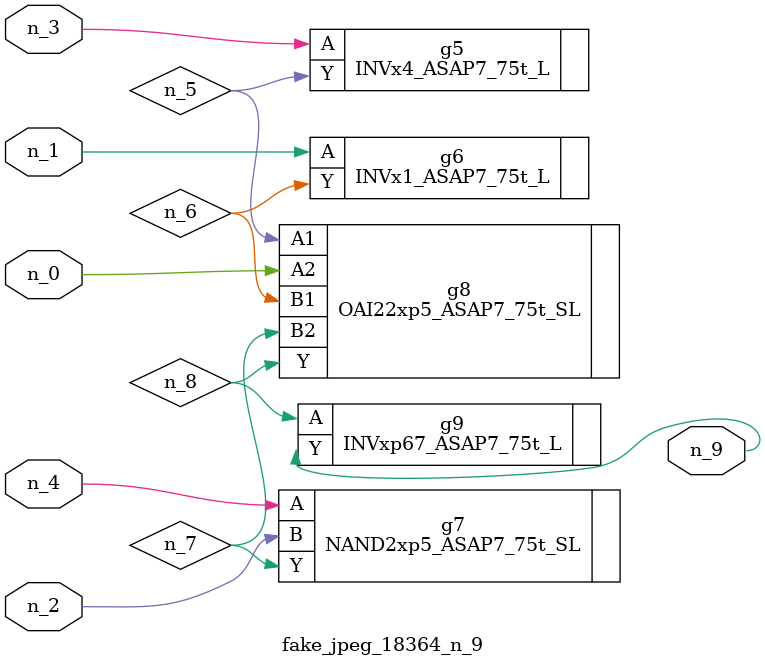
<source format=v>
module fake_jpeg_18364_n_9 (n_3, n_2, n_1, n_0, n_4, n_9);

input n_3;
input n_2;
input n_1;
input n_0;
input n_4;

output n_9;

wire n_8;
wire n_6;
wire n_5;
wire n_7;

INVx4_ASAP7_75t_L g5 ( 
.A(n_3),
.Y(n_5)
);

INVx1_ASAP7_75t_L g6 ( 
.A(n_1),
.Y(n_6)
);

NAND2xp5_ASAP7_75t_SL g7 ( 
.A(n_4),
.B(n_2),
.Y(n_7)
);

OAI22xp5_ASAP7_75t_SL g8 ( 
.A1(n_5),
.A2(n_0),
.B1(n_6),
.B2(n_7),
.Y(n_8)
);

INVxp67_ASAP7_75t_L g9 ( 
.A(n_8),
.Y(n_9)
);


endmodule
</source>
